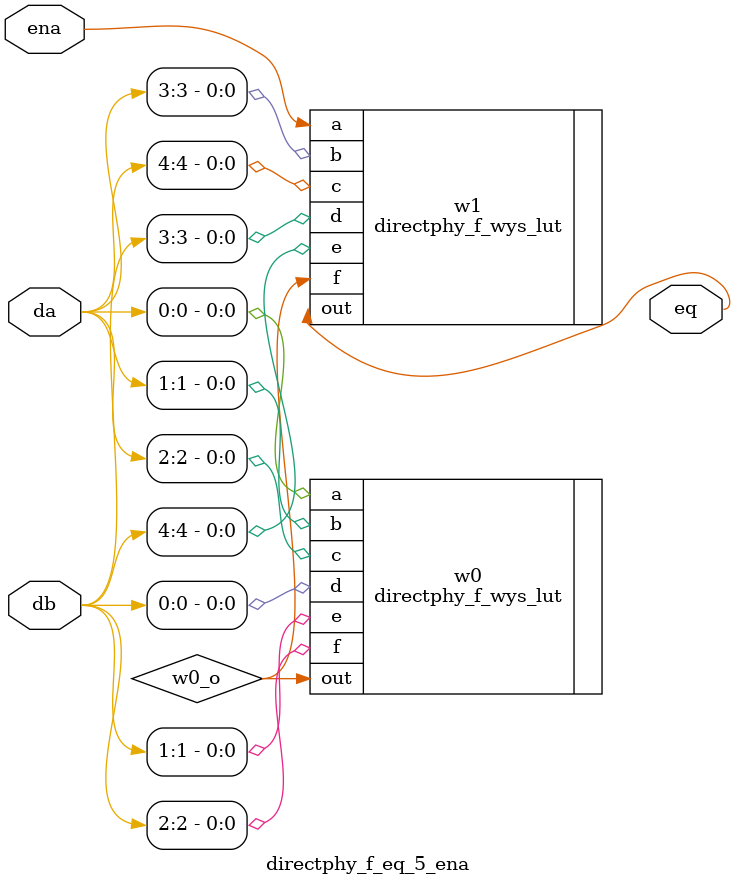
<source format=v>


`timescale 1 ps / 1 ps

// baeckler - 01-25-2012
// force the decomposition of 5 bit FIFO pointer compare with enable

module directphy_f_eq_5_ena #(
 	parameter TARGET_CHIP = 1   // 0 generic, 1 S4, 2 S5
)(
	input [4:0] da,
	input [4:0] db,
	input ena,
	output eq
);

wire w0_o;
directphy_f_wys_lut w0 (
	.a(da[0]),
	.b(da[1]),
	.c(da[2]),
	.d(db[0]),
	.e(db[1]),
	.f(db[2]),
	.out (w0_o)
);
defparam w0 .TARGET_CHIP = TARGET_CHIP;
defparam w0 .MASK = 64'h8040201008040201; // {a,b,c} == {d,e,f}
	
directphy_f_wys_lut w1 (
	.a(ena),
	.b(da[3]),
	.c(da[4]),
	.d(db[3]),
	.e(db[4]),
	.f(w0_o),
	.out (eq)
);
defparam w1 .TARGET_CHIP = TARGET_CHIP;
defparam w1 .MASK = 64'h8020080200000000; // ({b,c} == {d,e}) && a && f
	

endmodule
// BENCHMARK INFO :  10AX115R2F40I2SGES
// BENCHMARK INFO :  Quartus II 64-Bit Version 13.1a10.0 Build 343 10/23/2013 SJ Full Version
// BENCHMARK INFO :  Total registers : 0
// BENCHMARK INFO :  Total pins : 12
// BENCHMARK INFO :  Total virtual pins : 0
// BENCHMARK INFO :  Total block memory bits : 0
// BENCHMARK INFO :  Comb ALUTs :  3              
// BENCHMARK INFO :  ALMs : 3 / 427,200 ( < 1 % )
`ifdef QUESTA_INTEL_OEM
`pragma questa_oem_00 "8qH9cVo09pAnWALEE6z2BDKrWVWnFI5Ou7hormZ79E/tGSVBCgNfmxFQvE9t3s7klXY5XdvnpByaQgBfCHF6Dbm9WN2svsxXF/zx5b/8CDkcUDB41PZNmNdUWNx7xDY3xJ7IgPTPwkMgtDelSr2aywj5LSl0zROc68MOmTBSsO9a1S9TDRa9h5E5qBo+fLmPNkMltB0gOqPF4aO4OqQAye1NWS4OsbZ9+NLF8RRMveCLzqHKlcHay9xBAWXAlsdBCJ8Ie8ZHZ9n/KaKIVnmRFZMIWEBmfo2g+8VCEpRmKgKGYGqwCrAhWR3ccIZ4jOn2etQR3eacjFntm4Uki+UxvGeOs2oo1GLo6GIg7Wb0EYmai5b0Rqcckvc6MtCtsMKuju+q6qITm2jhO1cRZhx2ki1LeYKGBHeTG6/esH5/BCtWPxhCdPxuHwHAaUIqDJIEcOJaTDisefqT9x8vrYKjtZplFFf1DhZ1+Pv5eRfCMy64CtJY4a/ZHk8808sey/WAJ+kipUGBAoQO2E4EsdI/67Qncf3sA2Rj3oGMkyS7AHwd8zb3LpCwYPzH+QV4e2aAuogHsyzrA0pkmL354kzwdEb/MSsRvZNFfz6zQEJE5H19kwZvNWd222avxg5gmyIcYSD5+iVeSqArY0lIrGpkek4M2Bi06hkk1XCI5f82qxahZkJSLxElHZ8XXidBSWTu0pndONnR860xOx2XtfW7JhiGWH6KKyY8/OTt0AqFvOUA+lN//Qg9YigmMVFWHz9OwNKEW4xtrwo9bW2jWQzOTRz6ADcs2RrXzN9xzwaEOORNm4CvKGX1mYTPy89q7hi3NUkGMZxreYPVa609SXpJDnzgITejXOx4p0tZq3hIIwtj9nkAlH1dwkut5MBPx0eDp/jaiQSobARReS/pbN4KegdUGGe39abvydsiaScyQDj9RPac96dr8jvdvVtBViii0BNuUuHxB+HuYWIrB3PXw2HB08IbPNFWxywz69hVdVC4a6aDAGXEfTSsUCyDy2gG"
`endif
</source>
